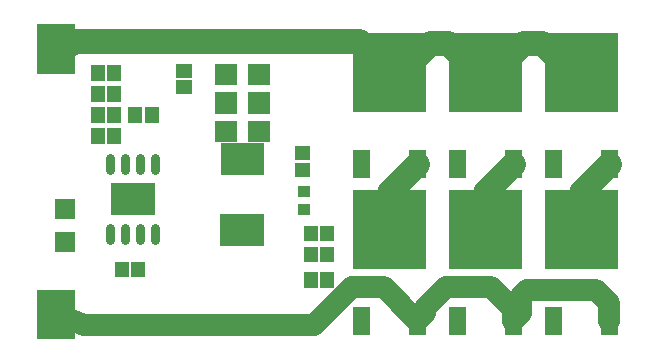
<source format=gts>
G04 Layer: TopSolderMaskLayer*
G04 EasyEDA v6.2.44, 2019-10-11T09:46:47+02:00*
G04 b694c453db3c4fbcb19a449f5af86211,674c0623d3a246009f606e19fc16e94a,10*
G04 Gerber Generator version 0.2*
G04 Scale: 100 percent, Rotated: No, Reflected: No *
G04 Dimensions in millimeters *
G04 leading zeros omitted , absolute positions ,4 integer and 3 decimal *
%FSLAX43Y43*%
%MOMM*%
G90*
G71D02*

%ADD43C,2.101596*%
%ADD44C,1.901596*%
%ADD45C,0.803199*%
%ADD50R,1.803400X1.803400*%
%ADD51R,3.703193X2.703195*%

%LPD*%
G54D43*
G01X1524Y24511D02*
G01X1524Y24511D01*
G01X3302Y25146D01*
G01X27117Y25146D01*
G01X29718Y22545D01*
G01X29718Y22545D02*
G01X30673Y22545D01*
G01X33147Y25019D01*
G01X34671Y25019D01*
G01X37144Y22545D01*
G01X37846Y22545D01*
G01X37846Y22545D02*
G01X38547Y22545D01*
G01X41021Y25019D01*
G01X42672Y25019D01*
G01X45145Y22545D01*
G01X45974Y22545D01*
G54D44*
G01X1524Y2032D02*
G01X3893Y1143D01*
G01X23368Y1143D01*
G01X26543Y4318D01*
G01X29225Y4318D01*
G01X32080Y1463D01*
G01X32080Y1463D02*
G01X32766Y2148D01*
G01X32766Y2540D01*
G01X34544Y4318D01*
G01X38354Y4318D01*
G01X40208Y2463D01*
G01X40208Y1463D01*
G54D43*
G01X32080Y14798D02*
G01X29718Y12435D01*
G01X29718Y9210D01*
G01X40208Y14798D02*
G01X37846Y12435D01*
G01X37846Y9210D01*
G01X48336Y14798D02*
G01X45974Y12435D01*
G01X45974Y9210D01*
G54D44*
G01X40208Y1463D02*
G01X40894Y2148D01*
G01X40894Y3556D01*
G01X41402Y4064D01*
G01X47244Y4064D01*
G01X48336Y2971D01*
G01X48336Y1463D01*
G54D45*
G01X9906Y14282D02*
G01X9906Y15282D01*
G01X8636Y14282D02*
G01X8636Y15282D01*
G01X7366Y14282D02*
G01X7366Y15282D01*
G01X6096Y14282D02*
G01X6096Y15282D01*
G01X9906Y8339D02*
G01X9906Y9339D01*
G01X8636Y8339D02*
G01X8636Y9339D01*
G01X7366Y8339D02*
G01X7366Y9339D01*
G01X6096Y8339D02*
G01X6096Y9339D01*
G36*
G01X-78Y-68D02*
G01X-78Y4132D01*
G01X3126Y4132D01*
G01X3126Y-68D01*
G01X-78Y-68D01*
G37*
G36*
G01X6149Y10459D02*
G01X6149Y13162D01*
G01X9852Y13162D01*
G01X9852Y10459D01*
G01X6149Y10459D01*
G37*
G36*
G01X11666Y20670D02*
G01X11666Y21871D01*
G01X12971Y21871D01*
G01X12971Y20670D01*
G01X11666Y20670D01*
G37*
G36*
G01X11666Y22070D02*
G01X11666Y23271D01*
G01X12971Y23271D01*
G01X12971Y22070D01*
G01X11666Y22070D01*
G37*
G36*
G01X4414Y16492D02*
G01X4414Y17797D01*
G01X5615Y17797D01*
G01X5615Y16492D01*
G01X4414Y16492D01*
G37*
G36*
G01X5814Y16492D02*
G01X5814Y17797D01*
G01X7015Y17797D01*
G01X7015Y16492D01*
G01X5814Y16492D01*
G37*
G54D50*
G01X2286Y8128D03*
G01X2286Y10927D03*
G36*
G01X7846Y5189D02*
G01X7846Y6494D01*
G01X9047Y6494D01*
G01X9047Y5189D01*
G01X7846Y5189D01*
G37*
G36*
G01X6446Y5189D02*
G01X6446Y6494D01*
G01X7647Y6494D01*
G01X7647Y5189D01*
G01X6446Y5189D01*
G37*
G36*
G01X4414Y18270D02*
G01X4414Y19575D01*
G01X5615Y19575D01*
G01X5615Y18270D01*
G01X4414Y18270D01*
G37*
G36*
G01X5814Y18270D02*
G01X5814Y19575D01*
G01X7015Y19575D01*
G01X7015Y18270D01*
G01X5814Y18270D01*
G37*
G36*
G01X4414Y20048D02*
G01X4414Y21353D01*
G01X5615Y21353D01*
G01X5615Y20048D01*
G01X4414Y20048D01*
G37*
G36*
G01X5814Y20048D02*
G01X5814Y21353D01*
G01X7015Y21353D01*
G01X7015Y20048D01*
G01X5814Y20048D01*
G37*
G36*
G01X4414Y21826D02*
G01X4414Y23131D01*
G01X5615Y23131D01*
G01X5615Y21826D01*
G01X4414Y21826D01*
G37*
G36*
G01X5814Y21826D02*
G01X5814Y23131D01*
G01X7015Y23131D01*
G01X7015Y21826D01*
G01X5814Y21826D01*
G37*
G54D51*
G01X17272Y9192D03*
G36*
G01X15420Y13840D02*
G01X15420Y16543D01*
G01X19123Y16543D01*
G01X19123Y13840D01*
G01X15420Y13840D01*
G37*
G36*
G01X14973Y21450D02*
G01X14973Y23253D01*
G01X16776Y23253D01*
G01X16776Y21450D01*
G01X14973Y21450D01*
G37*
G36*
G01X17772Y21450D02*
G01X17772Y23253D01*
G01X19575Y23253D01*
G01X19575Y21450D01*
G01X17772Y21450D01*
G37*
G36*
G01X39507Y13596D02*
G01X39507Y15999D01*
G01X40909Y15999D01*
G01X40909Y13596D01*
G01X39507Y13596D01*
G37*
G36*
G01X34782Y13591D02*
G01X34782Y15994D01*
G01X36184Y15994D01*
G01X36184Y13591D01*
G01X34782Y13591D01*
G37*
G36*
G01X34744Y19192D02*
G01X34744Y25895D01*
G01X40947Y25895D01*
G01X40947Y19192D01*
G01X34744Y19192D01*
G37*
G36*
G01X39507Y261D02*
G01X39507Y2664D01*
G01X40909Y2664D01*
G01X40909Y261D01*
G01X39507Y261D01*
G37*
G36*
G01X34782Y256D02*
G01X34782Y2659D01*
G01X36184Y2659D01*
G01X36184Y256D01*
G01X34782Y256D01*
G37*
G36*
G01X34744Y5857D02*
G01X34744Y12560D01*
G01X40947Y12560D01*
G01X40947Y5857D01*
G01X34744Y5857D01*
G37*
G36*
G01X-78Y22410D02*
G01X-78Y26611D01*
G01X3126Y26611D01*
G01X3126Y22410D01*
G01X-78Y22410D01*
G37*
G36*
G01X31379Y13596D02*
G01X31379Y15999D01*
G01X32781Y15999D01*
G01X32781Y13596D01*
G01X31379Y13596D01*
G37*
G36*
G01X26654Y13591D02*
G01X26654Y15994D01*
G01X28056Y15994D01*
G01X28056Y13591D01*
G01X26654Y13591D01*
G37*
G36*
G01X26616Y19192D02*
G01X26616Y25895D01*
G01X32819Y25895D01*
G01X32819Y19192D01*
G01X26616Y19192D01*
G37*
G36*
G01X31379Y261D02*
G01X31379Y2664D01*
G01X32781Y2664D01*
G01X32781Y261D01*
G01X31379Y261D01*
G37*
G36*
G01X26654Y256D02*
G01X26654Y2659D01*
G01X28056Y2659D01*
G01X28056Y256D01*
G01X26654Y256D01*
G37*
G36*
G01X26616Y5857D02*
G01X26616Y12560D01*
G01X32819Y12560D01*
G01X32819Y5857D01*
G01X26616Y5857D01*
G37*
G36*
G01X47635Y13596D02*
G01X47635Y15999D01*
G01X49037Y15999D01*
G01X49037Y13596D01*
G01X47635Y13596D01*
G37*
G36*
G01X42910Y13591D02*
G01X42910Y15994D01*
G01X44312Y15994D01*
G01X44312Y13591D01*
G01X42910Y13591D01*
G37*
G36*
G01X42872Y19192D02*
G01X42872Y25895D01*
G01X49075Y25895D01*
G01X49075Y19192D01*
G01X42872Y19192D01*
G37*
G36*
G01X47635Y261D02*
G01X47635Y2664D01*
G01X49037Y2664D01*
G01X49037Y261D01*
G01X47635Y261D01*
G37*
G36*
G01X42910Y256D02*
G01X42910Y2659D01*
G01X44312Y2659D01*
G01X44312Y256D01*
G01X42910Y256D01*
G37*
G36*
G01X42872Y5857D02*
G01X42872Y12560D01*
G01X49075Y12560D01*
G01X49075Y5857D01*
G01X42872Y5857D01*
G37*
G36*
G01X14973Y19037D02*
G01X14973Y20840D01*
G01X16776Y20840D01*
G01X16776Y19037D01*
G01X14973Y19037D01*
G37*
G36*
G01X17772Y19037D02*
G01X17772Y20840D01*
G01X19575Y20840D01*
G01X19575Y19037D01*
G01X17772Y19037D01*
G37*
G36*
G01X14973Y16624D02*
G01X14973Y18427D01*
G01X16776Y18427D01*
G01X16776Y16624D01*
G01X14973Y16624D01*
G37*
G36*
G01X17772Y16624D02*
G01X17772Y18427D01*
G01X19575Y18427D01*
G01X19575Y16624D01*
G01X17772Y16624D01*
G37*
G36*
G01X21699Y13685D02*
G01X21699Y14886D01*
G01X23004Y14886D01*
G01X23004Y13685D01*
G01X21699Y13685D01*
G37*
G36*
G01X21699Y15085D02*
G01X21699Y16286D01*
G01X23004Y16286D01*
G01X23004Y15085D01*
G01X21699Y15085D01*
G37*
G36*
G01X21973Y11938D02*
G01X21973Y12951D01*
G01X22987Y12951D01*
G01X22987Y11938D01*
G01X21973Y11938D01*
G37*
G36*
G01X21973Y10414D02*
G01X21973Y11427D01*
G01X22987Y11427D01*
G01X22987Y10414D01*
G01X21973Y10414D01*
G37*
G36*
G01X23848Y4300D02*
G01X23848Y5605D01*
G01X25049Y5605D01*
G01X25049Y4300D01*
G01X23848Y4300D01*
G37*
G36*
G01X22448Y4300D02*
G01X22448Y5605D01*
G01X23649Y5605D01*
G01X23649Y4300D01*
G01X22448Y4300D01*
G37*
G36*
G01X23848Y8237D02*
G01X23848Y9542D01*
G01X25049Y9542D01*
G01X25049Y8237D01*
G01X23848Y8237D01*
G37*
G36*
G01X22448Y8237D02*
G01X22448Y9542D01*
G01X23649Y9542D01*
G01X23649Y8237D01*
G01X22448Y8237D01*
G37*
G36*
G01X23848Y6459D02*
G01X23848Y7764D01*
G01X25049Y7764D01*
G01X25049Y6459D01*
G01X23848Y6459D01*
G37*
G36*
G01X22448Y6459D02*
G01X22448Y7764D01*
G01X23649Y7764D01*
G01X23649Y6459D01*
G01X22448Y6459D01*
G37*
G36*
G01X7589Y18270D02*
G01X7589Y19575D01*
G01X8790Y19575D01*
G01X8790Y18270D01*
G01X7589Y18270D01*
G37*
G36*
G01X8989Y18270D02*
G01X8989Y19575D01*
G01X10190Y19575D01*
G01X10190Y18270D01*
G01X8989Y18270D01*
G37*
M00*
M02*

</source>
